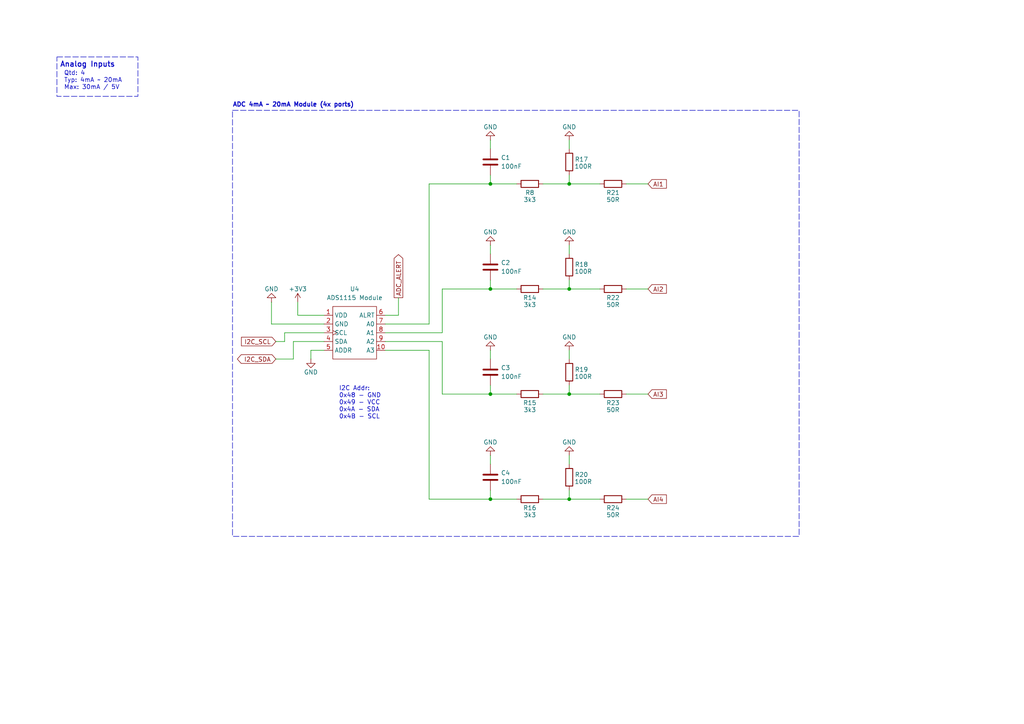
<source format=kicad_sch>
(kicad_sch (version 20231120) (generator "eeschema") (generator_version "8.0")
  (paper "A4")
  (title_block (title "ATL100 (Multiparametric Station) - THT Based") (date "2024-10-27") (rev "v0.1.0-alpha") (company "AgroTechLab (Laboratório de Desenvolvimento de Tecnologias para o Agrongócio)") (comment 1 "IFSC/Lages (Instituto Federal de Santa Catarina)") (comment 2 "Confidential (access prohibited without signing a non-disclosure agreement)") (comment 3 "Author: Robson Costa (robson.costa@ifsc.edu.br)") (comment 4 "Analog Inputs (4 x 2mA ~ 20mA)"))
  (lib_symbols
    (symbol "AgroTechLab:ADS1115 Module"
      (property "Reference" "U" (at -5.842 8.89 0))
      (property "Value" "ADS1115 Module" (at 0.254 -9.398 0))
      (symbol "ADS1115 Module_0_1"
        (rectangle (start -6.35 7.62) (end 6.35 -7.62))
      )
      (symbol "ADS1115 Module_1_1"
        (pin power_in line (at -8.89 5.08 0) (length 2.54) (name "VDD") (number "1"))
        (pin input line (at 8.89 -5.08 180) (length 2.54) (name "A3") (number "10"))
        (pin power_in line (at -8.89 2.54 0) (length 2.54) (name "GND") (number "2"))
        (pin input clock (at -8.89 0 0) (length 2.54) (name "SCL") (number "3"))
        (pin input line (at -8.89 -2.54 0) (length 2.54) (name "SDA") (number "4"))
        (pin input line (at -8.89 -5.08 0) (length 2.54) (name "ADDR") (number "5"))
        (pin input line (at 8.89 5.08 180) (length 2.54) (name "ALRT") (number "6"))
        (pin input line (at 8.89 2.54 180) (length 2.54) (name "A0") (number "7"))
        (pin input line (at 8.89 0 180) (length 2.54) (name "A1") (number "8"))
        (pin input line (at 8.89 -2.54 180) (length 2.54) (name "A2") (number "9"))
      )
    )
    (symbol "Device:C" (pin_numbers hide) (pin_names (offset 0.254))
      (property "Reference" "C" (at 0.635 2.54 0))
      (property "Value" "C" (at 0.635 -2.54 0))
      (symbol "C_0_1"
        (polyline (pts (xy -2.032 -0.762) (xy 2.032 -0.762)) (stroke (width 0.508)))
        (polyline (pts (xy -2.032 0.762) (xy 2.032 0.762)) (stroke (width 0.508)))
      )
      (symbol "C_1_1"
        (pin passive line (at 0 3.81 270) (length 2.794) (name "~") (number "1"))
        (pin passive line (at 0 -3.81 90) (length 2.794) (name "~") (number "2"))
      )
    )
    (symbol "Device:R" (pin_numbers hide) (pin_names (offset 0))
      (property "Reference" "R" (at 2.032 0 90))
      (property "Value" "R" (at 0 0 90))
      (symbol "R_0_1"
        (rectangle (start -1.016 -2.54) (end 1.016 2.54) (stroke (width 0.254)))
      )
      (symbol "R_1_1"
        (pin passive line (at 0 3.81 270) (length 1.27) (name "~") (number "1"))
        (pin passive line (at 0 -3.81 90) (length 1.27) (name "~") (number "2"))
      )
    )
    (symbol "power:+3V3" (power) (pin_numbers hide) (pin_names (offset 0) hide)
      (property "Value" "+3V3" (at 0 3.556 0))
      (symbol "+3V3_0_1"
        (polyline (pts (xy -0.762 1.27) (xy 0 2.54)))
        (polyline (pts (xy 0 0) (xy 0 2.54)))
        (polyline (pts (xy 0 2.54) (xy 0.762 1.27)))
      )
      (symbol "+3V3_1_1"
        (pin power_in line (at 0 0 90) (length 0) (name "~") (number "1"))
      )
    )
    (symbol "power:GND" (power) (pin_numbers hide) (pin_names (offset 0) hide)
      (property "Value" "GND" (at 0 -3.81 0))
      (symbol "GND_0_1"
        (polyline (pts (xy 0 0) (xy 0 -1.27) (xy 1.27 -1.27) (xy 0 -2.54) (xy -1.27 -1.27) (xy 0 -1.27)))
      )
      (symbol "GND_1_1"
        (pin power_in line (at 0 0 270) (length 0) (name "~") (number "1"))
      )
    )
  )
  (junction (at 165.1 114.3))
  (junction (at 142.24 83.82))
  (junction (at 142.24 53.34))
  (junction (at 142.24 144.78))
  (junction (at 165.1 144.78))
  (junction (at 165.1 83.82))
  (junction (at 142.24 114.3))
  (junction (at 165.1 53.34))
  (wire (pts (xy 82.55 99.06) (xy 82.55 96.52)))
  (wire (pts (xy 142.24 83.82) (xy 149.86 83.82)))
  (wire (pts (xy 85.09 104.14) (xy 85.09 99.06)))
  (wire (pts (xy 142.24 111.76) (xy 142.24 114.3)))
  (wire (pts (xy 85.09 99.06) (xy 93.98 99.06)))
  (wire (pts (xy 90.17 101.6) (xy 90.17 104.14)))
  (wire (pts (xy 128.27 96.52) (xy 128.27 83.82)))
  (wire (pts (xy 93.98 101.6) (xy 90.17 101.6)))
  (wire (pts (xy 165.1 114.3) (xy 165.1 111.76)))
  (wire (pts (xy 78.74 87.63) (xy 78.74 93.98)))
  (wire (pts (xy 157.48 114.3) (xy 165.1 114.3)))
  (wire (pts (xy 142.24 53.34) (xy 149.86 53.34)))
  (wire (pts (xy 157.48 83.82) (xy 165.1 83.82)))
  (wire (pts (xy 128.27 114.3) (xy 142.24 114.3)))
  (wire (pts (xy 142.24 142.24) (xy 142.24 144.78)))
  (wire (pts (xy 115.57 91.44) (xy 111.76 91.44)))
  (wire (pts (xy 181.61 53.34) (xy 187.96 53.34)))
  (wire (pts (xy 124.46 93.98) (xy 124.46 53.34)))
  (wire (pts (xy 142.24 71.12) (xy 142.24 73.66)))
  (wire (pts (xy 142.24 132.08) (xy 142.24 134.62)))
  (wire (pts (xy 165.1 101.6) (xy 165.1 104.14)))
  (wire (pts (xy 128.27 99.06) (xy 128.27 114.3)))
  (wire (pts (xy 181.61 114.3) (xy 187.96 114.3)))
  (wire (pts (xy 93.98 91.44) (xy 86.36 91.44)))
  (wire (pts (xy 165.1 83.82) (xy 173.99 83.82)))
  (wire (pts (xy 115.57 86.36) (xy 115.57 91.44)))
  (wire (pts (xy 157.48 53.34) (xy 165.1 53.34)))
  (wire (pts (xy 142.24 81.28) (xy 142.24 83.82)))
  (wire (pts (xy 165.1 144.78) (xy 173.99 144.78)))
  (wire (pts (xy 124.46 101.6) (xy 124.46 144.78)))
  (wire (pts (xy 128.27 83.82) (xy 142.24 83.82)))
  (wire (pts (xy 82.55 96.52) (xy 93.98 96.52)))
  (wire (pts (xy 80.01 99.06) (xy 82.55 99.06)))
  (wire (pts (xy 157.48 144.78) (xy 165.1 144.78)))
  (wire (pts (xy 181.61 144.78) (xy 187.96 144.78)))
  (wire (pts (xy 142.24 50.8) (xy 142.24 53.34)))
  (wire (pts (xy 142.24 101.6) (xy 142.24 104.14)))
  (wire (pts (xy 142.24 114.3) (xy 149.86 114.3)))
  (wire (pts (xy 86.36 87.63) (xy 86.36 91.44)))
  (wire (pts (xy 165.1 53.34) (xy 165.1 50.8)))
  (wire (pts (xy 111.76 101.6) (xy 124.46 101.6)))
  (wire (pts (xy 165.1 132.08) (xy 165.1 134.62)))
  (wire (pts (xy 142.24 144.78) (xy 149.86 144.78)))
  (wire (pts (xy 111.76 93.98) (xy 124.46 93.98)))
  (wire (pts (xy 181.61 83.82) (xy 187.96 83.82)))
  (wire (pts (xy 142.24 40.64) (xy 142.24 43.18)))
  (wire (pts (xy 165.1 83.82) (xy 165.1 81.28)))
  (wire (pts (xy 124.46 144.78) (xy 142.24 144.78)))
  (wire (pts (xy 165.1 144.78) (xy 165.1 142.24)))
  (wire (pts (xy 165.1 40.64) (xy 165.1 43.18)))
  (wire (pts (xy 111.76 99.06) (xy 128.27 99.06)))
  (wire (pts (xy 165.1 114.3) (xy 173.99 114.3)))
  (wire (pts (xy 165.1 53.34) (xy 173.99 53.34)))
  (wire (pts (xy 124.46 53.34) (xy 142.24 53.34)))
  (wire (pts (xy 111.76 96.52) (xy 128.27 96.52)))
  (wire (pts (xy 93.98 93.98) (xy 78.74 93.98)))
  (wire (pts (xy 165.1 71.12) (xy 165.1 73.66)))
  (wire (pts (xy 80.01 104.14) (xy 85.09 104.14)))
  (rectangle (start 16.51 16.51) (end 40.005 27.94) (stroke (width 0) (type dash)))
  (rectangle (start 67.437 32.004) (end 231.775 155.575) (stroke (width 0) (type dash)))
  (text "ADC 4mA ~ 20mA Module (4x ports)" (at 85.09 30.48 0) (effects (font (size 1.27 1.27) (thickness 0.254) (bold yes))))
  (text "I2C Addr:\n0x48 - GND\n0x49 - VCC\n0x4A - SDA\n0x4B - SCL" (at 98.298 116.84 0) (effects (font (size 1.27 1.27) (thickness 0.1588)) (justify left)))
  (text "Qtd: 4\nTyp: 4mA ~ 20mA\nMax: 30mA / 5V" (at 18.542 23.368 0) (effects (font (size 1.27 1.27)) (justify left)))
  (text "Analog Inputs" (at 25.4 18.796 0) (effects (font (size 1.524 1.524) (thickness 0.254) (bold yes))))
  (global_label "ADC_ALERT" (shape output) (at 115.57 86.36 90) (property "Intersheetrefs" "${INTERSHEET_REFS}" (effects (hide yes))))
  (global_label "AI3" (shape input) (at 187.96 114.3 0) (property "Intersheetrefs" "${INTERSHEET_REFS}" (effects (hide yes))))
  (global_label "AI1" (shape input) (at 187.96 53.34 0) (property "Intersheetrefs" "${INTERSHEET_REFS}" (effects (hide yes))))
  (global_label "I2C_SCL" (shape input) (at 80.01 99.06 180) (property "Intersheetrefs" "${INTERSHEET_REFS}" (effects (hide yes))))
  (global_label "I2C_SDA" (shape bidirectional) (at 80.01 104.14 180) (property "Intersheetrefs" "${INTERSHEET_REFS}" (effects (hide yes))))
  (global_label "AI2" (shape input) (at 187.96 83.82 0) (property "Intersheetrefs" "${INTERSHEET_REFS}" (effects (hide yes))))
  (global_label "AI4" (shape input) (at 187.96 144.78 0) (property "Intersheetrefs" "${INTERSHEET_REFS}" (effects (hide yes))))
  (symbol (lib_id "power:GND") (at 142.24 40.64 180) (unit 1)
    (property "Reference" "#PWR027" (effects (hide yes)))
    (property "Value" "GND" (at 142.24 36.83 0))
    (property "Description" "Power symbol creates a global label with name \"GND\" , ground" (effects (hide yes)))
  )
  (symbol (lib_id "Device:C") (at 142.24 46.99 0) (unit 1)
    (property "Reference" "C1" (at 145.288 45.72 0) (effects (justify left)))
    (property "Value" "100nF" (at 145.288 48.26 0) (effects (justify left)))
    (property "Footprint" "Capacitor_THT:C_Disc_D4.7mm_W2.5mm_P5.00mm" (effects (hide yes)))
    (property "Description" "Ceramic Capacitor, 100nF, 10%, 50V" (effects (hide yes)))
    (property "Manufacturer" "Std" (effects (hide yes)))
    (property "Part Number" "Std" (effects (hide yes)))
  )
  (symbol (lib_id "power:GND") (at 90.17 104.14 0) (unit 1)
    (property "Reference" "#PWR014" (effects (hide yes)))
    (property "Value" "GND" (at 90.17 107.95 0))
    (property "Description" "Power symbol creates a global label with name \"GND\" , ground" (effects (hide yes)))
  )
  (symbol (lib_id "Device:R") (at 153.67 53.34 90) (unit 1)
    (property "Reference" "R8" (at 153.67 55.88 90))
    (property "Value" "3k3" (at 153.67 57.912 90))
    (property "Footprint" "Resistor_THT:R_Axial_DIN0207_L6.3mm_D2.5mm_P7.62mm_Horizontal" (effects (hide yes)))
    (property "Description" "Metal Film Resistor, 3.3kΩ, 1%, 1/4W" (effects (hide yes)))
    (property "Manufacturer" "Std" (effects (hide yes)))
    (property "Part Number" "Std" (effects (hide yes)))
  )
  (symbol (lib_id "Device:R") (at 153.67 83.82 90) (unit 1)
    (property "Reference" "R14" (at 153.67 86.36 90))
    (property "Value" "3k3" (at 153.67 88.392 90))
    (property "Footprint" "Resistor_THT:R_Axial_DIN0207_L6.3mm_D2.5mm_P7.62mm_Horizontal" (effects (hide yes)))
    (property "Description" "Metal Film Resistor, 3.3kΩ, 1%, 1/4W" (effects (hide yes)))
    (property "Manufacturer" "Std" (effects (hide yes)))
    (property "Part Number" "Std" (effects (hide yes)))
  )
  (symbol (lib_id "Device:R") (at 177.8 83.82 90) (unit 1)
    (property "Reference" "R22" (at 177.8 86.36 90))
    (property "Value" "50R" (at 177.8 88.392 90))
    (property "Footprint" "Resistor_THT:R_Axial_DIN0207_L6.3mm_D2.5mm_P7.62mm_Horizontal" (effects (hide yes)))
    (property "Description" "Metal Film Resistor, 50Ω, 0.1%, 1/4W" (effects (hide yes)))
    (property "Manufacturer" "Std" (effects (hide yes)))
    (property "Part Number" "Std" (effects (hide yes)))
  )
  (symbol (lib_id "Device:R") (at 165.1 46.99 180) (unit 1)
    (property "Reference" "R17" (at 168.656 46.228 0))
    (property "Value" "100R" (at 169.164 48.26 0))
    (property "Footprint" "Resistor_THT:R_Axial_DIN0207_L6.3mm_D2.5mm_P7.62mm_Horizontal" (effects (hide yes)))
    (property "Description" "Metal Film Resistor, 100Ω, 0.1%, 1/4W" (effects (hide yes)))
    (property "Manufacturer" "Std" (effects (hide yes)))
    (property "Part Number" "Std" (effects (hide yes)))
  )
  (symbol (lib_id "Device:R") (at 153.67 114.3 90) (unit 1)
    (property "Reference" "R15" (at 153.67 116.84 90))
    (property "Value" "3k3" (at 153.67 118.872 90))
    (property "Footprint" "Resistor_THT:R_Axial_DIN0207_L6.3mm_D2.5mm_P7.62mm_Horizontal" (effects (hide yes)))
    (property "Description" "Metal Film Resistor, 3.3kΩ, 1%, 1/4W" (effects (hide yes)))
    (property "Manufacturer" "Std" (effects (hide yes)))
    (property "Part Number" "Std" (effects (hide yes)))
  )
  (symbol (lib_id "Device:R") (at 165.1 138.43 180) (unit 1)
    (property "Reference" "R20" (at 168.656 137.668 0))
    (property "Value" "100R" (at 169.164 139.7 0))
    (property "Footprint" "Resistor_THT:R_Axial_DIN0207_L6.3mm_D2.5mm_P7.62mm_Horizontal" (effects (hide yes)))
    (property "Description" "Metal Film Resistor, 100Ω, 0.1%, 1/4W" (effects (hide yes)))
    (property "Manufacturer" "Std" (effects (hide yes)))
    (property "Part Number" "Std" (effects (hide yes)))
  )
  (symbol (lib_id "power:GND") (at 142.24 132.08 180) (unit 1)
    (property "Reference" "#PWR037" (effects (hide yes)))
    (property "Value" "GND" (at 142.24 128.27 0))
    (property "Description" "Power symbol creates a global label with name \"GND\" , ground" (effects (hide yes)))
  )
  (symbol (lib_id "AgroTechLab:ADS1115 Module") (at 102.87 96.52 0) (unit 1)
    (property "Reference" "U4" (at 102.87 83.82 0))
    (property "Value" "ADS1115 Module" (at 102.87 86.36 0))
    (property "Footprint" "AgroTechLab:ADS1115 Module" (effects (hide yes)))
    (property "Description" "ADC, 16-bits, ADS1115" (effects (hide yes)))
    (property "Manufacturer" "OEM" (effects (hide yes)))
    (property "Part Number" "ADS1115 Module" (effects (hide yes)))
  )
  (symbol (lib_id "Device:C") (at 142.24 77.47 0) (unit 1)
    (property "Reference" "C2" (at 145.288 76.2 0) (effects (justify left)))
    (property "Value" "100nF" (at 145.288 78.74 0) (effects (justify left)))
    (property "Footprint" "Capacitor_THT:C_Disc_D4.7mm_W2.5mm_P5.00mm" (effects (hide yes)))
    (property "Description" "Ceramic Capacitor, 100nF, 10%, 50V" (effects (hide yes)))
    (property "Manufacturer" "Std" (effects (hide yes)))
    (property "Part Number" "Std" (effects (hide yes)))
  )
  (symbol (lib_id "Device:R") (at 177.8 144.78 90) (unit 1)
    (property "Reference" "R24" (at 177.8 147.32 90))
    (property "Value" "50R" (at 177.8 149.352 90))
    (property "Footprint" "Resistor_THT:R_Axial_DIN0207_L6.3mm_D2.5mm_P7.62mm_Horizontal" (effects (hide yes)))
    (property "Description" "Metal Film Resistor, 50Ω, 0.1%, 1/4W" (effects (hide yes)))
    (property "Manufacturer" "Std" (effects (hide yes)))
    (property "Part Number" "Std" (effects (hide yes)))
  )
  (symbol (lib_id "Device:R") (at 177.8 114.3 90) (unit 1)
    (property "Reference" "R23" (at 177.8 116.84 90))
    (property "Value" "50R" (at 177.8 118.872 90))
    (property "Footprint" "Resistor_THT:R_Axial_DIN0207_L6.3mm_D2.5mm_P7.62mm_Horizontal" (effects (hide yes)))
    (property "Description" "Metal Film Resistor, 50Ω, 0.1%, 1/4W" (effects (hide yes)))
    (property "Manufacturer" "Std" (effects (hide yes)))
    (property "Part Number" "Std" (effects (hide yes)))
  )
  (symbol (lib_id "Device:R") (at 153.67 144.78 90) (unit 1)
    (property "Reference" "R16" (at 153.67 147.32 90))
    (property "Value" "3k3" (at 153.67 149.352 90))
    (property "Footprint" "Resistor_THT:R_Axial_DIN0207_L6.3mm_D2.5mm_P7.62mm_Horizontal" (effects (hide yes)))
    (property "Description" "Metal Film Resistor, 3.3kΩ, 1%, 1/4W" (effects (hide yes)))
    (property "Manufacturer" "Std" (effects (hide yes)))
    (property "Part Number" "Std" (effects (hide yes)))
  )
  (symbol (lib_id "Device:C") (at 142.24 107.95 0) (unit 1)
    (property "Reference" "C3" (at 145.288 106.68 0) (effects (justify left)))
    (property "Value" "100nF" (at 145.288 109.22 0) (effects (justify left)))
    (property "Footprint" "Capacitor_THT:C_Disc_D4.7mm_W2.5mm_P5.00mm" (effects (hide yes)))
    (property "Description" "Ceramic Capacitor, 100nF, 10%, 50V" (effects (hide yes)))
    (property "Manufacturer" "Std" (effects (hide yes)))
    (property "Part Number" "Std" (effects (hide yes)))
  )
  (symbol (lib_id "power:GND") (at 165.1 71.12 180) (unit 1)
    (property "Reference" "#PWR039" (effects (hide yes)))
    (property "Value" "GND" (at 165.1 67.31 0))
    (property "Description" "Power symbol creates a global label with name \"GND\" , ground" (effects (hide yes)))
  )
  (symbol (lib_id "power:GND") (at 165.1 132.08 180) (unit 1)
    (property "Reference" "#PWR041" (effects (hide yes)))
    (property "Value" "GND" (at 165.1 128.27 0))
    (property "Description" "Power symbol creates a global label with name \"GND\" , ground" (effects (hide yes)))
  )
  (symbol (lib_id "power:GND") (at 165.1 40.64 180) (unit 1)
    (property "Reference" "#PWR038" (effects (hide yes)))
    (property "Value" "GND" (at 165.1 36.83 0))
    (property "Description" "Power symbol creates a global label with name \"GND\" , ground" (effects (hide yes)))
  )
  (symbol (lib_id "Device:C") (at 142.24 138.43 0) (unit 1)
    (property "Reference" "C4" (at 145.288 137.16 0) (effects (justify left)))
    (property "Value" "100nF" (at 145.288 139.7 0) (effects (justify left)))
    (property "Footprint" "Capacitor_THT:C_Disc_D4.7mm_W2.5mm_P5.00mm" (effects (hide yes)))
    (property "Description" "Ceramic Capacitor, 100nF, 10%, 50V" (effects (hide yes)))
    (property "Manufacturer" "Std" (effects (hide yes)))
    (property "Part Number" "Std" (effects (hide yes)))
  )
  (symbol (lib_id "Device:R") (at 165.1 77.47 180) (unit 1)
    (property "Reference" "R18" (at 168.656 76.708 0))
    (property "Value" "100R" (at 169.164 78.74 0))
    (property "Footprint" "Resistor_THT:R_Axial_DIN0207_L6.3mm_D2.5mm_P7.62mm_Horizontal" (effects (hide yes)))
    (property "Description" "Metal Film Resistor, 100Ω, 0.1%, 1/4W" (effects (hide yes)))
    (property "Manufacturer" "Std" (effects (hide yes)))
    (property "Part Number" "Std" (effects (hide yes)))
  )
  (symbol (lib_id "power:GND") (at 142.24 101.6 180) (unit 1)
    (property "Reference" "#PWR036" (effects (hide yes)))
    (property "Value" "GND" (at 142.24 97.79 0))
    (property "Description" "Power symbol creates a global label with name \"GND\" , ground" (effects (hide yes)))
  )
  (symbol (lib_id "Device:R") (at 177.8 53.34 90) (unit 1)
    (property "Reference" "R21" (at 177.8 55.88 90))
    (property "Value" "50R" (at 177.8 57.912 90))
    (property "Footprint" "Resistor_THT:R_Axial_DIN0207_L6.3mm_D2.5mm_P7.62mm_Horizontal" (effects (hide yes)))
    (property "Description" "Metal Film Resistor, 50Ω, 0.1%, 1/4W" (effects (hide yes)))
    (property "Manufacturer" "Std" (effects (hide yes)))
    (property "Part Number" "Std" (effects (hide yes)))
  )
  (symbol (lib_id "power:GND") (at 78.74 87.63 180) (unit 1)
    (property "Reference" "#PWR07" (effects (hide yes)))
    (property "Value" "GND" (at 78.74 83.82 0))
    (property "Description" "Power symbol creates a global label with name \"GND\" , ground" (effects (hide yes)))
  )
  (symbol (lib_id "Device:R") (at 165.1 107.95 180) (unit 1)
    (property "Reference" "R19" (at 168.656 107.188 0))
    (property "Value" "100R" (at 169.164 109.22 0))
    (property "Footprint" "Resistor_THT:R_Axial_DIN0207_L6.3mm_D2.5mm_P7.62mm_Horizontal" (effects (hide yes)))
    (property "Description" "Metal Film Resistor, 100Ω, 0.1%, 1/4W" (effects (hide yes)))
    (property "Manufacturer" "Std" (effects (hide yes)))
    (property "Part Number" "Std" (effects (hide yes)))
  )
  (symbol (lib_id "power:GND") (at 142.24 71.12 180) (unit 1)
    (property "Reference" "#PWR028" (effects (hide yes)))
    (property "Value" "GND" (at 142.24 67.31 0))
    (property "Description" "Power symbol creates a global label with name \"GND\" , ground" (effects (hide yes)))
  )
  (symbol (lib_id "power:GND") (at 165.1 101.6 180) (unit 1)
    (property "Reference" "#PWR040" (effects (hide yes)))
    (property "Value" "GND" (at 165.1 97.79 0))
    (property "Description" "Power symbol creates a global label with name \"GND\" , ground" (effects (hide yes)))
  )
  (symbol (lib_id "power:+3V3") (at 86.36 87.63 0) (unit 1)
    (property "Reference" "#PWR08" (effects (hide yes)))
    (property "Value" "+3V3" (at 86.36 83.82 0))
    (property "Description" "Power symbol creates a global label with name \"+3V3\"" (effects (hide yes)))
  )
)
</source>
